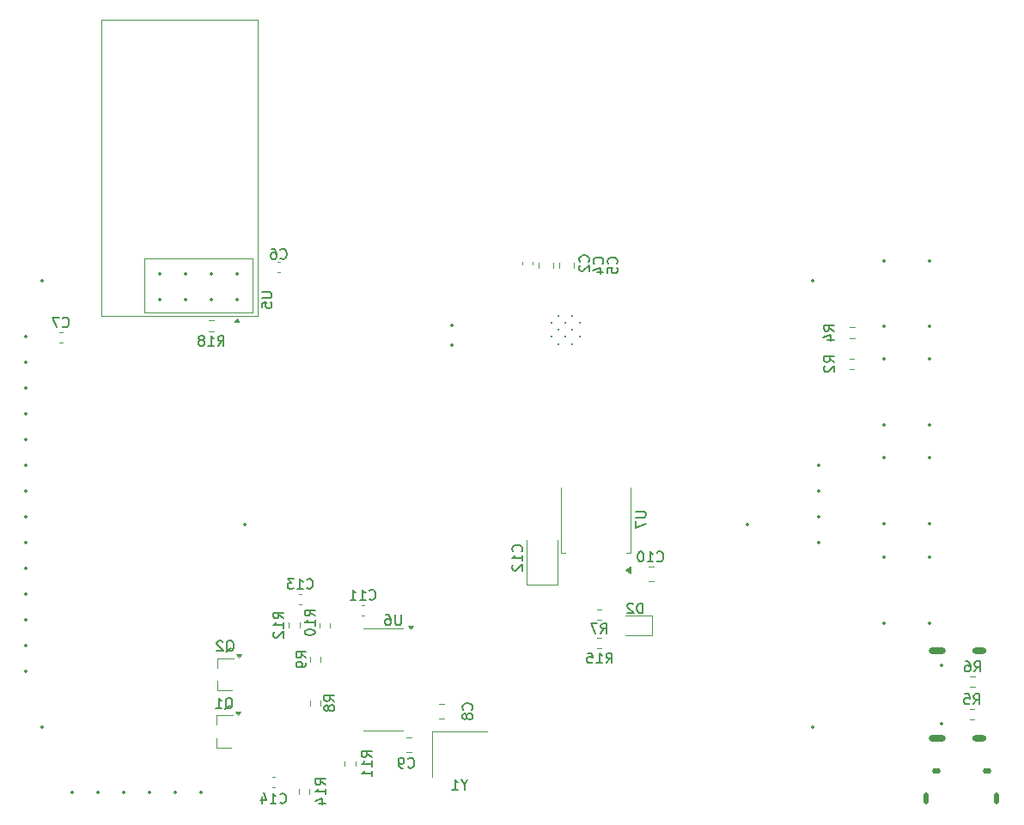
<source format=gbo>
%TF.GenerationSoftware,KiCad,Pcbnew,9.0.5*%
%TF.CreationDate,2025-11-26T19:59:54+01:00*%
%TF.ProjectId,stacja_pogody_modu__wew,73746163-6a61-45f7-906f-676f64795f6d,rev?*%
%TF.SameCoordinates,Original*%
%TF.FileFunction,Legend,Bot*%
%TF.FilePolarity,Positive*%
%FSLAX46Y46*%
G04 Gerber Fmt 4.6, Leading zero omitted, Abs format (unit mm)*
G04 Created by KiCad (PCBNEW 9.0.5) date 2025-11-26 19:59:54*
%MOMM*%
%LPD*%
G01*
G04 APERTURE LIST*
%ADD10C,0.150000*%
%ADD11C,0.120000*%
%ADD12C,0.350000*%
%ADD13C,0.200000*%
%ADD14O,1.700000X0.600000*%
%ADD15O,1.400000X0.600000*%
%ADD16O,0.500000X1.150000*%
%ADD17O,0.850000X0.550000*%
G04 APERTURE END LIST*
D10*
X196796666Y-104694819D02*
X197129999Y-104218628D01*
X197368094Y-104694819D02*
X197368094Y-103694819D01*
X197368094Y-103694819D02*
X196987142Y-103694819D01*
X196987142Y-103694819D02*
X196891904Y-103742438D01*
X196891904Y-103742438D02*
X196844285Y-103790057D01*
X196844285Y-103790057D02*
X196796666Y-103885295D01*
X196796666Y-103885295D02*
X196796666Y-104028152D01*
X196796666Y-104028152D02*
X196844285Y-104123390D01*
X196844285Y-104123390D02*
X196891904Y-104171009D01*
X196891904Y-104171009D02*
X196987142Y-104218628D01*
X196987142Y-104218628D02*
X197368094Y-104218628D01*
X195891904Y-103694819D02*
X196368094Y-103694819D01*
X196368094Y-103694819D02*
X196415713Y-104171009D01*
X196415713Y-104171009D02*
X196368094Y-104123390D01*
X196368094Y-104123390D02*
X196272856Y-104075771D01*
X196272856Y-104075771D02*
X196034761Y-104075771D01*
X196034761Y-104075771D02*
X195939523Y-104123390D01*
X195939523Y-104123390D02*
X195891904Y-104171009D01*
X195891904Y-104171009D02*
X195844285Y-104266247D01*
X195844285Y-104266247D02*
X195844285Y-104504342D01*
X195844285Y-104504342D02*
X195891904Y-104599580D01*
X195891904Y-104599580D02*
X195939523Y-104647200D01*
X195939523Y-104647200D02*
X196034761Y-104694819D01*
X196034761Y-104694819D02*
X196272856Y-104694819D01*
X196272856Y-104694819D02*
X196368094Y-104647200D01*
X196368094Y-104647200D02*
X196415713Y-104599580D01*
X183064819Y-70973333D02*
X182588628Y-70640000D01*
X183064819Y-70401905D02*
X182064819Y-70401905D01*
X182064819Y-70401905D02*
X182064819Y-70782857D01*
X182064819Y-70782857D02*
X182112438Y-70878095D01*
X182112438Y-70878095D02*
X182160057Y-70925714D01*
X182160057Y-70925714D02*
X182255295Y-70973333D01*
X182255295Y-70973333D02*
X182398152Y-70973333D01*
X182398152Y-70973333D02*
X182493390Y-70925714D01*
X182493390Y-70925714D02*
X182541009Y-70878095D01*
X182541009Y-70878095D02*
X182588628Y-70782857D01*
X182588628Y-70782857D02*
X182588628Y-70401905D01*
X182160057Y-71354286D02*
X182112438Y-71401905D01*
X182112438Y-71401905D02*
X182064819Y-71497143D01*
X182064819Y-71497143D02*
X182064819Y-71735238D01*
X182064819Y-71735238D02*
X182112438Y-71830476D01*
X182112438Y-71830476D02*
X182160057Y-71878095D01*
X182160057Y-71878095D02*
X182255295Y-71925714D01*
X182255295Y-71925714D02*
X182350533Y-71925714D01*
X182350533Y-71925714D02*
X182493390Y-71878095D01*
X182493390Y-71878095D02*
X183064819Y-71306667D01*
X183064819Y-71306667D02*
X183064819Y-71925714D01*
X131014819Y-100123333D02*
X130538628Y-99790000D01*
X131014819Y-99551905D02*
X130014819Y-99551905D01*
X130014819Y-99551905D02*
X130014819Y-99932857D01*
X130014819Y-99932857D02*
X130062438Y-100028095D01*
X130062438Y-100028095D02*
X130110057Y-100075714D01*
X130110057Y-100075714D02*
X130205295Y-100123333D01*
X130205295Y-100123333D02*
X130348152Y-100123333D01*
X130348152Y-100123333D02*
X130443390Y-100075714D01*
X130443390Y-100075714D02*
X130491009Y-100028095D01*
X130491009Y-100028095D02*
X130538628Y-99932857D01*
X130538628Y-99932857D02*
X130538628Y-99551905D01*
X131014819Y-100599524D02*
X131014819Y-100790000D01*
X131014819Y-100790000D02*
X130967200Y-100885238D01*
X130967200Y-100885238D02*
X130919580Y-100932857D01*
X130919580Y-100932857D02*
X130776723Y-101028095D01*
X130776723Y-101028095D02*
X130586247Y-101075714D01*
X130586247Y-101075714D02*
X130205295Y-101075714D01*
X130205295Y-101075714D02*
X130110057Y-101028095D01*
X130110057Y-101028095D02*
X130062438Y-100980476D01*
X130062438Y-100980476D02*
X130014819Y-100885238D01*
X130014819Y-100885238D02*
X130014819Y-100694762D01*
X130014819Y-100694762D02*
X130062438Y-100599524D01*
X130062438Y-100599524D02*
X130110057Y-100551905D01*
X130110057Y-100551905D02*
X130205295Y-100504286D01*
X130205295Y-100504286D02*
X130443390Y-100504286D01*
X130443390Y-100504286D02*
X130538628Y-100551905D01*
X130538628Y-100551905D02*
X130586247Y-100599524D01*
X130586247Y-100599524D02*
X130633866Y-100694762D01*
X130633866Y-100694762D02*
X130633866Y-100885238D01*
X130633866Y-100885238D02*
X130586247Y-100980476D01*
X130586247Y-100980476D02*
X130538628Y-101028095D01*
X130538628Y-101028095D02*
X130443390Y-101075714D01*
X133794819Y-104413333D02*
X133318628Y-104080000D01*
X133794819Y-103841905D02*
X132794819Y-103841905D01*
X132794819Y-103841905D02*
X132794819Y-104222857D01*
X132794819Y-104222857D02*
X132842438Y-104318095D01*
X132842438Y-104318095D02*
X132890057Y-104365714D01*
X132890057Y-104365714D02*
X132985295Y-104413333D01*
X132985295Y-104413333D02*
X133128152Y-104413333D01*
X133128152Y-104413333D02*
X133223390Y-104365714D01*
X133223390Y-104365714D02*
X133271009Y-104318095D01*
X133271009Y-104318095D02*
X133318628Y-104222857D01*
X133318628Y-104222857D02*
X133318628Y-103841905D01*
X133223390Y-104984762D02*
X133175771Y-104889524D01*
X133175771Y-104889524D02*
X133128152Y-104841905D01*
X133128152Y-104841905D02*
X133032914Y-104794286D01*
X133032914Y-104794286D02*
X132985295Y-104794286D01*
X132985295Y-104794286D02*
X132890057Y-104841905D01*
X132890057Y-104841905D02*
X132842438Y-104889524D01*
X132842438Y-104889524D02*
X132794819Y-104984762D01*
X132794819Y-104984762D02*
X132794819Y-105175238D01*
X132794819Y-105175238D02*
X132842438Y-105270476D01*
X132842438Y-105270476D02*
X132890057Y-105318095D01*
X132890057Y-105318095D02*
X132985295Y-105365714D01*
X132985295Y-105365714D02*
X133032914Y-105365714D01*
X133032914Y-105365714D02*
X133128152Y-105318095D01*
X133128152Y-105318095D02*
X133175771Y-105270476D01*
X133175771Y-105270476D02*
X133223390Y-105175238D01*
X133223390Y-105175238D02*
X133223390Y-104984762D01*
X133223390Y-104984762D02*
X133271009Y-104889524D01*
X133271009Y-104889524D02*
X133318628Y-104841905D01*
X133318628Y-104841905D02*
X133413866Y-104794286D01*
X133413866Y-104794286D02*
X133604342Y-104794286D01*
X133604342Y-104794286D02*
X133699580Y-104841905D01*
X133699580Y-104841905D02*
X133747200Y-104889524D01*
X133747200Y-104889524D02*
X133794819Y-104984762D01*
X133794819Y-104984762D02*
X133794819Y-105175238D01*
X133794819Y-105175238D02*
X133747200Y-105270476D01*
X133747200Y-105270476D02*
X133699580Y-105318095D01*
X133699580Y-105318095D02*
X133604342Y-105365714D01*
X133604342Y-105365714D02*
X133413866Y-105365714D01*
X133413866Y-105365714D02*
X133318628Y-105318095D01*
X133318628Y-105318095D02*
X133271009Y-105270476D01*
X133271009Y-105270476D02*
X133223390Y-105175238D01*
X123025238Y-105190057D02*
X123120476Y-105142438D01*
X123120476Y-105142438D02*
X123215714Y-105047200D01*
X123215714Y-105047200D02*
X123358571Y-104904342D01*
X123358571Y-104904342D02*
X123453809Y-104856723D01*
X123453809Y-104856723D02*
X123549047Y-104856723D01*
X123501428Y-105094819D02*
X123596666Y-105047200D01*
X123596666Y-105047200D02*
X123691904Y-104951961D01*
X123691904Y-104951961D02*
X123739523Y-104761485D01*
X123739523Y-104761485D02*
X123739523Y-104428152D01*
X123739523Y-104428152D02*
X123691904Y-104237676D01*
X123691904Y-104237676D02*
X123596666Y-104142438D01*
X123596666Y-104142438D02*
X123501428Y-104094819D01*
X123501428Y-104094819D02*
X123310952Y-104094819D01*
X123310952Y-104094819D02*
X123215714Y-104142438D01*
X123215714Y-104142438D02*
X123120476Y-104237676D01*
X123120476Y-104237676D02*
X123072857Y-104428152D01*
X123072857Y-104428152D02*
X123072857Y-104761485D01*
X123072857Y-104761485D02*
X123120476Y-104951961D01*
X123120476Y-104951961D02*
X123215714Y-105047200D01*
X123215714Y-105047200D02*
X123310952Y-105094819D01*
X123310952Y-105094819D02*
X123501428Y-105094819D01*
X122120476Y-105094819D02*
X122691904Y-105094819D01*
X122406190Y-105094819D02*
X122406190Y-104094819D01*
X122406190Y-104094819D02*
X122501428Y-104237676D01*
X122501428Y-104237676D02*
X122596666Y-104332914D01*
X122596666Y-104332914D02*
X122691904Y-104380533D01*
X122312857Y-69354819D02*
X122646190Y-68878628D01*
X122884285Y-69354819D02*
X122884285Y-68354819D01*
X122884285Y-68354819D02*
X122503333Y-68354819D01*
X122503333Y-68354819D02*
X122408095Y-68402438D01*
X122408095Y-68402438D02*
X122360476Y-68450057D01*
X122360476Y-68450057D02*
X122312857Y-68545295D01*
X122312857Y-68545295D02*
X122312857Y-68688152D01*
X122312857Y-68688152D02*
X122360476Y-68783390D01*
X122360476Y-68783390D02*
X122408095Y-68831009D01*
X122408095Y-68831009D02*
X122503333Y-68878628D01*
X122503333Y-68878628D02*
X122884285Y-68878628D01*
X121360476Y-69354819D02*
X121931904Y-69354819D01*
X121646190Y-69354819D02*
X121646190Y-68354819D01*
X121646190Y-68354819D02*
X121741428Y-68497676D01*
X121741428Y-68497676D02*
X121836666Y-68592914D01*
X121836666Y-68592914D02*
X121931904Y-68640533D01*
X120789047Y-68783390D02*
X120884285Y-68735771D01*
X120884285Y-68735771D02*
X120931904Y-68688152D01*
X120931904Y-68688152D02*
X120979523Y-68592914D01*
X120979523Y-68592914D02*
X120979523Y-68545295D01*
X120979523Y-68545295D02*
X120931904Y-68450057D01*
X120931904Y-68450057D02*
X120884285Y-68402438D01*
X120884285Y-68402438D02*
X120789047Y-68354819D01*
X120789047Y-68354819D02*
X120598571Y-68354819D01*
X120598571Y-68354819D02*
X120503333Y-68402438D01*
X120503333Y-68402438D02*
X120455714Y-68450057D01*
X120455714Y-68450057D02*
X120408095Y-68545295D01*
X120408095Y-68545295D02*
X120408095Y-68592914D01*
X120408095Y-68592914D02*
X120455714Y-68688152D01*
X120455714Y-68688152D02*
X120503333Y-68735771D01*
X120503333Y-68735771D02*
X120598571Y-68783390D01*
X120598571Y-68783390D02*
X120789047Y-68783390D01*
X120789047Y-68783390D02*
X120884285Y-68831009D01*
X120884285Y-68831009D02*
X120931904Y-68878628D01*
X120931904Y-68878628D02*
X120979523Y-68973866D01*
X120979523Y-68973866D02*
X120979523Y-69164342D01*
X120979523Y-69164342D02*
X120931904Y-69259580D01*
X120931904Y-69259580D02*
X120884285Y-69307200D01*
X120884285Y-69307200D02*
X120789047Y-69354819D01*
X120789047Y-69354819D02*
X120598571Y-69354819D01*
X120598571Y-69354819D02*
X120503333Y-69307200D01*
X120503333Y-69307200D02*
X120455714Y-69259580D01*
X120455714Y-69259580D02*
X120408095Y-69164342D01*
X120408095Y-69164342D02*
X120408095Y-68973866D01*
X120408095Y-68973866D02*
X120455714Y-68878628D01*
X120455714Y-68878628D02*
X120503333Y-68831009D01*
X120503333Y-68831009D02*
X120598571Y-68783390D01*
X141056666Y-110889580D02*
X141104285Y-110937200D01*
X141104285Y-110937200D02*
X141247142Y-110984819D01*
X141247142Y-110984819D02*
X141342380Y-110984819D01*
X141342380Y-110984819D02*
X141485237Y-110937200D01*
X141485237Y-110937200D02*
X141580475Y-110841961D01*
X141580475Y-110841961D02*
X141628094Y-110746723D01*
X141628094Y-110746723D02*
X141675713Y-110556247D01*
X141675713Y-110556247D02*
X141675713Y-110413390D01*
X141675713Y-110413390D02*
X141628094Y-110222914D01*
X141628094Y-110222914D02*
X141580475Y-110127676D01*
X141580475Y-110127676D02*
X141485237Y-110032438D01*
X141485237Y-110032438D02*
X141342380Y-109984819D01*
X141342380Y-109984819D02*
X141247142Y-109984819D01*
X141247142Y-109984819D02*
X141104285Y-110032438D01*
X141104285Y-110032438D02*
X141056666Y-110080057D01*
X140580475Y-110984819D02*
X140389999Y-110984819D01*
X140389999Y-110984819D02*
X140294761Y-110937200D01*
X140294761Y-110937200D02*
X140247142Y-110889580D01*
X140247142Y-110889580D02*
X140151904Y-110746723D01*
X140151904Y-110746723D02*
X140104285Y-110556247D01*
X140104285Y-110556247D02*
X140104285Y-110175295D01*
X140104285Y-110175295D02*
X140151904Y-110080057D01*
X140151904Y-110080057D02*
X140199523Y-110032438D01*
X140199523Y-110032438D02*
X140294761Y-109984819D01*
X140294761Y-109984819D02*
X140485237Y-109984819D01*
X140485237Y-109984819D02*
X140580475Y-110032438D01*
X140580475Y-110032438D02*
X140628094Y-110080057D01*
X140628094Y-110080057D02*
X140675713Y-110175295D01*
X140675713Y-110175295D02*
X140675713Y-110413390D01*
X140675713Y-110413390D02*
X140628094Y-110508628D01*
X140628094Y-110508628D02*
X140580475Y-110556247D01*
X140580475Y-110556247D02*
X140485237Y-110603866D01*
X140485237Y-110603866D02*
X140294761Y-110603866D01*
X140294761Y-110603866D02*
X140199523Y-110556247D01*
X140199523Y-110556247D02*
X140151904Y-110508628D01*
X140151904Y-110508628D02*
X140104285Y-110413390D01*
X161609580Y-61263333D02*
X161657200Y-61215714D01*
X161657200Y-61215714D02*
X161704819Y-61072857D01*
X161704819Y-61072857D02*
X161704819Y-60977619D01*
X161704819Y-60977619D02*
X161657200Y-60834762D01*
X161657200Y-60834762D02*
X161561961Y-60739524D01*
X161561961Y-60739524D02*
X161466723Y-60691905D01*
X161466723Y-60691905D02*
X161276247Y-60644286D01*
X161276247Y-60644286D02*
X161133390Y-60644286D01*
X161133390Y-60644286D02*
X160942914Y-60691905D01*
X160942914Y-60691905D02*
X160847676Y-60739524D01*
X160847676Y-60739524D02*
X160752438Y-60834762D01*
X160752438Y-60834762D02*
X160704819Y-60977619D01*
X160704819Y-60977619D02*
X160704819Y-61072857D01*
X160704819Y-61072857D02*
X160752438Y-61215714D01*
X160752438Y-61215714D02*
X160800057Y-61263333D01*
X160704819Y-62168095D02*
X160704819Y-61691905D01*
X160704819Y-61691905D02*
X161181009Y-61644286D01*
X161181009Y-61644286D02*
X161133390Y-61691905D01*
X161133390Y-61691905D02*
X161085771Y-61787143D01*
X161085771Y-61787143D02*
X161085771Y-62025238D01*
X161085771Y-62025238D02*
X161133390Y-62120476D01*
X161133390Y-62120476D02*
X161181009Y-62168095D01*
X161181009Y-62168095D02*
X161276247Y-62215714D01*
X161276247Y-62215714D02*
X161514342Y-62215714D01*
X161514342Y-62215714D02*
X161609580Y-62168095D01*
X161609580Y-62168095D02*
X161657200Y-62120476D01*
X161657200Y-62120476D02*
X161704819Y-62025238D01*
X161704819Y-62025238D02*
X161704819Y-61787143D01*
X161704819Y-61787143D02*
X161657200Y-61691905D01*
X161657200Y-61691905D02*
X161609580Y-61644286D01*
X131082857Y-93239580D02*
X131130476Y-93287200D01*
X131130476Y-93287200D02*
X131273333Y-93334819D01*
X131273333Y-93334819D02*
X131368571Y-93334819D01*
X131368571Y-93334819D02*
X131511428Y-93287200D01*
X131511428Y-93287200D02*
X131606666Y-93191961D01*
X131606666Y-93191961D02*
X131654285Y-93096723D01*
X131654285Y-93096723D02*
X131701904Y-92906247D01*
X131701904Y-92906247D02*
X131701904Y-92763390D01*
X131701904Y-92763390D02*
X131654285Y-92572914D01*
X131654285Y-92572914D02*
X131606666Y-92477676D01*
X131606666Y-92477676D02*
X131511428Y-92382438D01*
X131511428Y-92382438D02*
X131368571Y-92334819D01*
X131368571Y-92334819D02*
X131273333Y-92334819D01*
X131273333Y-92334819D02*
X131130476Y-92382438D01*
X131130476Y-92382438D02*
X131082857Y-92430057D01*
X130130476Y-93334819D02*
X130701904Y-93334819D01*
X130416190Y-93334819D02*
X130416190Y-92334819D01*
X130416190Y-92334819D02*
X130511428Y-92477676D01*
X130511428Y-92477676D02*
X130606666Y-92572914D01*
X130606666Y-92572914D02*
X130701904Y-92620533D01*
X129797142Y-92334819D02*
X129178095Y-92334819D01*
X129178095Y-92334819D02*
X129511428Y-92715771D01*
X129511428Y-92715771D02*
X129368571Y-92715771D01*
X129368571Y-92715771D02*
X129273333Y-92763390D01*
X129273333Y-92763390D02*
X129225714Y-92811009D01*
X129225714Y-92811009D02*
X129178095Y-92906247D01*
X129178095Y-92906247D02*
X129178095Y-93144342D01*
X129178095Y-93144342D02*
X129225714Y-93239580D01*
X129225714Y-93239580D02*
X129273333Y-93287200D01*
X129273333Y-93287200D02*
X129368571Y-93334819D01*
X129368571Y-93334819D02*
X129654285Y-93334819D01*
X129654285Y-93334819D02*
X129749523Y-93287200D01*
X129749523Y-93287200D02*
X129797142Y-93239580D01*
X107016666Y-67439580D02*
X107064285Y-67487200D01*
X107064285Y-67487200D02*
X107207142Y-67534819D01*
X107207142Y-67534819D02*
X107302380Y-67534819D01*
X107302380Y-67534819D02*
X107445237Y-67487200D01*
X107445237Y-67487200D02*
X107540475Y-67391961D01*
X107540475Y-67391961D02*
X107588094Y-67296723D01*
X107588094Y-67296723D02*
X107635713Y-67106247D01*
X107635713Y-67106247D02*
X107635713Y-66963390D01*
X107635713Y-66963390D02*
X107588094Y-66772914D01*
X107588094Y-66772914D02*
X107540475Y-66677676D01*
X107540475Y-66677676D02*
X107445237Y-66582438D01*
X107445237Y-66582438D02*
X107302380Y-66534819D01*
X107302380Y-66534819D02*
X107207142Y-66534819D01*
X107207142Y-66534819D02*
X107064285Y-66582438D01*
X107064285Y-66582438D02*
X107016666Y-66630057D01*
X106683332Y-66534819D02*
X106016666Y-66534819D01*
X106016666Y-66534819D02*
X106445237Y-67534819D01*
X137252857Y-94309580D02*
X137300476Y-94357200D01*
X137300476Y-94357200D02*
X137443333Y-94404819D01*
X137443333Y-94404819D02*
X137538571Y-94404819D01*
X137538571Y-94404819D02*
X137681428Y-94357200D01*
X137681428Y-94357200D02*
X137776666Y-94261961D01*
X137776666Y-94261961D02*
X137824285Y-94166723D01*
X137824285Y-94166723D02*
X137871904Y-93976247D01*
X137871904Y-93976247D02*
X137871904Y-93833390D01*
X137871904Y-93833390D02*
X137824285Y-93642914D01*
X137824285Y-93642914D02*
X137776666Y-93547676D01*
X137776666Y-93547676D02*
X137681428Y-93452438D01*
X137681428Y-93452438D02*
X137538571Y-93404819D01*
X137538571Y-93404819D02*
X137443333Y-93404819D01*
X137443333Y-93404819D02*
X137300476Y-93452438D01*
X137300476Y-93452438D02*
X137252857Y-93500057D01*
X136300476Y-94404819D02*
X136871904Y-94404819D01*
X136586190Y-94404819D02*
X136586190Y-93404819D01*
X136586190Y-93404819D02*
X136681428Y-93547676D01*
X136681428Y-93547676D02*
X136776666Y-93642914D01*
X136776666Y-93642914D02*
X136871904Y-93690533D01*
X135348095Y-94404819D02*
X135919523Y-94404819D01*
X135633809Y-94404819D02*
X135633809Y-93404819D01*
X135633809Y-93404819D02*
X135729047Y-93547676D01*
X135729047Y-93547676D02*
X135824285Y-93642914D01*
X135824285Y-93642914D02*
X135919523Y-93690533D01*
X126624819Y-64078095D02*
X127434342Y-64078095D01*
X127434342Y-64078095D02*
X127529580Y-64125714D01*
X127529580Y-64125714D02*
X127577200Y-64173333D01*
X127577200Y-64173333D02*
X127624819Y-64268571D01*
X127624819Y-64268571D02*
X127624819Y-64459047D01*
X127624819Y-64459047D02*
X127577200Y-64554285D01*
X127577200Y-64554285D02*
X127529580Y-64601904D01*
X127529580Y-64601904D02*
X127434342Y-64649523D01*
X127434342Y-64649523D02*
X126624819Y-64649523D01*
X126624819Y-65601904D02*
X126624819Y-65125714D01*
X126624819Y-65125714D02*
X127101009Y-65078095D01*
X127101009Y-65078095D02*
X127053390Y-65125714D01*
X127053390Y-65125714D02*
X127005771Y-65220952D01*
X127005771Y-65220952D02*
X127005771Y-65459047D01*
X127005771Y-65459047D02*
X127053390Y-65554285D01*
X127053390Y-65554285D02*
X127101009Y-65601904D01*
X127101009Y-65601904D02*
X127196247Y-65649523D01*
X127196247Y-65649523D02*
X127434342Y-65649523D01*
X127434342Y-65649523D02*
X127529580Y-65601904D01*
X127529580Y-65601904D02*
X127577200Y-65554285D01*
X127577200Y-65554285D02*
X127624819Y-65459047D01*
X127624819Y-65459047D02*
X127624819Y-65220952D01*
X127624819Y-65220952D02*
X127577200Y-65125714D01*
X127577200Y-65125714D02*
X127529580Y-65078095D01*
X128479166Y-60699580D02*
X128526785Y-60747200D01*
X128526785Y-60747200D02*
X128669642Y-60794819D01*
X128669642Y-60794819D02*
X128764880Y-60794819D01*
X128764880Y-60794819D02*
X128907737Y-60747200D01*
X128907737Y-60747200D02*
X129002975Y-60651961D01*
X129002975Y-60651961D02*
X129050594Y-60556723D01*
X129050594Y-60556723D02*
X129098213Y-60366247D01*
X129098213Y-60366247D02*
X129098213Y-60223390D01*
X129098213Y-60223390D02*
X129050594Y-60032914D01*
X129050594Y-60032914D02*
X129002975Y-59937676D01*
X129002975Y-59937676D02*
X128907737Y-59842438D01*
X128907737Y-59842438D02*
X128764880Y-59794819D01*
X128764880Y-59794819D02*
X128669642Y-59794819D01*
X128669642Y-59794819D02*
X128526785Y-59842438D01*
X128526785Y-59842438D02*
X128479166Y-59890057D01*
X127622023Y-59794819D02*
X127812499Y-59794819D01*
X127812499Y-59794819D02*
X127907737Y-59842438D01*
X127907737Y-59842438D02*
X127955356Y-59890057D01*
X127955356Y-59890057D02*
X128050594Y-60032914D01*
X128050594Y-60032914D02*
X128098213Y-60223390D01*
X128098213Y-60223390D02*
X128098213Y-60604342D01*
X128098213Y-60604342D02*
X128050594Y-60699580D01*
X128050594Y-60699580D02*
X128002975Y-60747200D01*
X128002975Y-60747200D02*
X127907737Y-60794819D01*
X127907737Y-60794819D02*
X127717261Y-60794819D01*
X127717261Y-60794819D02*
X127622023Y-60747200D01*
X127622023Y-60747200D02*
X127574404Y-60699580D01*
X127574404Y-60699580D02*
X127526785Y-60604342D01*
X127526785Y-60604342D02*
X127526785Y-60366247D01*
X127526785Y-60366247D02*
X127574404Y-60271009D01*
X127574404Y-60271009D02*
X127622023Y-60223390D01*
X127622023Y-60223390D02*
X127717261Y-60175771D01*
X127717261Y-60175771D02*
X127907737Y-60175771D01*
X127907737Y-60175771D02*
X128002975Y-60223390D01*
X128002975Y-60223390D02*
X128050594Y-60271009D01*
X128050594Y-60271009D02*
X128098213Y-60366247D01*
X160056666Y-97744819D02*
X160389999Y-97268628D01*
X160628094Y-97744819D02*
X160628094Y-96744819D01*
X160628094Y-96744819D02*
X160247142Y-96744819D01*
X160247142Y-96744819D02*
X160151904Y-96792438D01*
X160151904Y-96792438D02*
X160104285Y-96840057D01*
X160104285Y-96840057D02*
X160056666Y-96935295D01*
X160056666Y-96935295D02*
X160056666Y-97078152D01*
X160056666Y-97078152D02*
X160104285Y-97173390D01*
X160104285Y-97173390D02*
X160151904Y-97221009D01*
X160151904Y-97221009D02*
X160247142Y-97268628D01*
X160247142Y-97268628D02*
X160628094Y-97268628D01*
X159723332Y-96744819D02*
X159056666Y-96744819D01*
X159056666Y-96744819D02*
X159485237Y-97744819D01*
X158839580Y-61053333D02*
X158887200Y-61005714D01*
X158887200Y-61005714D02*
X158934819Y-60862857D01*
X158934819Y-60862857D02*
X158934819Y-60767619D01*
X158934819Y-60767619D02*
X158887200Y-60624762D01*
X158887200Y-60624762D02*
X158791961Y-60529524D01*
X158791961Y-60529524D02*
X158696723Y-60481905D01*
X158696723Y-60481905D02*
X158506247Y-60434286D01*
X158506247Y-60434286D02*
X158363390Y-60434286D01*
X158363390Y-60434286D02*
X158172914Y-60481905D01*
X158172914Y-60481905D02*
X158077676Y-60529524D01*
X158077676Y-60529524D02*
X157982438Y-60624762D01*
X157982438Y-60624762D02*
X157934819Y-60767619D01*
X157934819Y-60767619D02*
X157934819Y-60862857D01*
X157934819Y-60862857D02*
X157982438Y-61005714D01*
X157982438Y-61005714D02*
X158030057Y-61053333D01*
X158030057Y-61434286D02*
X157982438Y-61481905D01*
X157982438Y-61481905D02*
X157934819Y-61577143D01*
X157934819Y-61577143D02*
X157934819Y-61815238D01*
X157934819Y-61815238D02*
X157982438Y-61910476D01*
X157982438Y-61910476D02*
X158030057Y-61958095D01*
X158030057Y-61958095D02*
X158125295Y-62005714D01*
X158125295Y-62005714D02*
X158220533Y-62005714D01*
X158220533Y-62005714D02*
X158363390Y-61958095D01*
X158363390Y-61958095D02*
X158934819Y-61386667D01*
X158934819Y-61386667D02*
X158934819Y-62005714D01*
X128784819Y-96232142D02*
X128308628Y-95898809D01*
X128784819Y-95660714D02*
X127784819Y-95660714D01*
X127784819Y-95660714D02*
X127784819Y-96041666D01*
X127784819Y-96041666D02*
X127832438Y-96136904D01*
X127832438Y-96136904D02*
X127880057Y-96184523D01*
X127880057Y-96184523D02*
X127975295Y-96232142D01*
X127975295Y-96232142D02*
X128118152Y-96232142D01*
X128118152Y-96232142D02*
X128213390Y-96184523D01*
X128213390Y-96184523D02*
X128261009Y-96136904D01*
X128261009Y-96136904D02*
X128308628Y-96041666D01*
X128308628Y-96041666D02*
X128308628Y-95660714D01*
X128784819Y-97184523D02*
X128784819Y-96613095D01*
X128784819Y-96898809D02*
X127784819Y-96898809D01*
X127784819Y-96898809D02*
X127927676Y-96803571D01*
X127927676Y-96803571D02*
X128022914Y-96708333D01*
X128022914Y-96708333D02*
X128070533Y-96613095D01*
X127880057Y-97565476D02*
X127832438Y-97613095D01*
X127832438Y-97613095D02*
X127784819Y-97708333D01*
X127784819Y-97708333D02*
X127784819Y-97946428D01*
X127784819Y-97946428D02*
X127832438Y-98041666D01*
X127832438Y-98041666D02*
X127880057Y-98089285D01*
X127880057Y-98089285D02*
X127975295Y-98136904D01*
X127975295Y-98136904D02*
X128070533Y-98136904D01*
X128070533Y-98136904D02*
X128213390Y-98089285D01*
X128213390Y-98089285D02*
X128784819Y-97517857D01*
X128784819Y-97517857D02*
X128784819Y-98136904D01*
X131874819Y-95997142D02*
X131398628Y-95663809D01*
X131874819Y-95425714D02*
X130874819Y-95425714D01*
X130874819Y-95425714D02*
X130874819Y-95806666D01*
X130874819Y-95806666D02*
X130922438Y-95901904D01*
X130922438Y-95901904D02*
X130970057Y-95949523D01*
X130970057Y-95949523D02*
X131065295Y-95997142D01*
X131065295Y-95997142D02*
X131208152Y-95997142D01*
X131208152Y-95997142D02*
X131303390Y-95949523D01*
X131303390Y-95949523D02*
X131351009Y-95901904D01*
X131351009Y-95901904D02*
X131398628Y-95806666D01*
X131398628Y-95806666D02*
X131398628Y-95425714D01*
X131874819Y-96949523D02*
X131874819Y-96378095D01*
X131874819Y-96663809D02*
X130874819Y-96663809D01*
X130874819Y-96663809D02*
X131017676Y-96568571D01*
X131017676Y-96568571D02*
X131112914Y-96473333D01*
X131112914Y-96473333D02*
X131160533Y-96378095D01*
X130874819Y-97568571D02*
X130874819Y-97663809D01*
X130874819Y-97663809D02*
X130922438Y-97759047D01*
X130922438Y-97759047D02*
X130970057Y-97806666D01*
X130970057Y-97806666D02*
X131065295Y-97854285D01*
X131065295Y-97854285D02*
X131255771Y-97901904D01*
X131255771Y-97901904D02*
X131493866Y-97901904D01*
X131493866Y-97901904D02*
X131684342Y-97854285D01*
X131684342Y-97854285D02*
X131779580Y-97806666D01*
X131779580Y-97806666D02*
X131827200Y-97759047D01*
X131827200Y-97759047D02*
X131874819Y-97663809D01*
X131874819Y-97663809D02*
X131874819Y-97568571D01*
X131874819Y-97568571D02*
X131827200Y-97473333D01*
X131827200Y-97473333D02*
X131779580Y-97425714D01*
X131779580Y-97425714D02*
X131684342Y-97378095D01*
X131684342Y-97378095D02*
X131493866Y-97330476D01*
X131493866Y-97330476D02*
X131255771Y-97330476D01*
X131255771Y-97330476D02*
X131065295Y-97378095D01*
X131065295Y-97378095D02*
X130970057Y-97425714D01*
X130970057Y-97425714D02*
X130922438Y-97473333D01*
X130922438Y-97473333D02*
X130874819Y-97568571D01*
X137474819Y-109907142D02*
X136998628Y-109573809D01*
X137474819Y-109335714D02*
X136474819Y-109335714D01*
X136474819Y-109335714D02*
X136474819Y-109716666D01*
X136474819Y-109716666D02*
X136522438Y-109811904D01*
X136522438Y-109811904D02*
X136570057Y-109859523D01*
X136570057Y-109859523D02*
X136665295Y-109907142D01*
X136665295Y-109907142D02*
X136808152Y-109907142D01*
X136808152Y-109907142D02*
X136903390Y-109859523D01*
X136903390Y-109859523D02*
X136951009Y-109811904D01*
X136951009Y-109811904D02*
X136998628Y-109716666D01*
X136998628Y-109716666D02*
X136998628Y-109335714D01*
X137474819Y-110859523D02*
X137474819Y-110288095D01*
X137474819Y-110573809D02*
X136474819Y-110573809D01*
X136474819Y-110573809D02*
X136617676Y-110478571D01*
X136617676Y-110478571D02*
X136712914Y-110383333D01*
X136712914Y-110383333D02*
X136760533Y-110288095D01*
X137474819Y-111811904D02*
X137474819Y-111240476D01*
X137474819Y-111526190D02*
X136474819Y-111526190D01*
X136474819Y-111526190D02*
X136617676Y-111430952D01*
X136617676Y-111430952D02*
X136712914Y-111335714D01*
X136712914Y-111335714D02*
X136760533Y-111240476D01*
X123115238Y-99540057D02*
X123210476Y-99492438D01*
X123210476Y-99492438D02*
X123305714Y-99397200D01*
X123305714Y-99397200D02*
X123448571Y-99254342D01*
X123448571Y-99254342D02*
X123543809Y-99206723D01*
X123543809Y-99206723D02*
X123639047Y-99206723D01*
X123591428Y-99444819D02*
X123686666Y-99397200D01*
X123686666Y-99397200D02*
X123781904Y-99301961D01*
X123781904Y-99301961D02*
X123829523Y-99111485D01*
X123829523Y-99111485D02*
X123829523Y-98778152D01*
X123829523Y-98778152D02*
X123781904Y-98587676D01*
X123781904Y-98587676D02*
X123686666Y-98492438D01*
X123686666Y-98492438D02*
X123591428Y-98444819D01*
X123591428Y-98444819D02*
X123400952Y-98444819D01*
X123400952Y-98444819D02*
X123305714Y-98492438D01*
X123305714Y-98492438D02*
X123210476Y-98587676D01*
X123210476Y-98587676D02*
X123162857Y-98778152D01*
X123162857Y-98778152D02*
X123162857Y-99111485D01*
X123162857Y-99111485D02*
X123210476Y-99301961D01*
X123210476Y-99301961D02*
X123305714Y-99397200D01*
X123305714Y-99397200D02*
X123400952Y-99444819D01*
X123400952Y-99444819D02*
X123591428Y-99444819D01*
X122781904Y-98540057D02*
X122734285Y-98492438D01*
X122734285Y-98492438D02*
X122639047Y-98444819D01*
X122639047Y-98444819D02*
X122400952Y-98444819D01*
X122400952Y-98444819D02*
X122305714Y-98492438D01*
X122305714Y-98492438D02*
X122258095Y-98540057D01*
X122258095Y-98540057D02*
X122210476Y-98635295D01*
X122210476Y-98635295D02*
X122210476Y-98730533D01*
X122210476Y-98730533D02*
X122258095Y-98873390D01*
X122258095Y-98873390D02*
X122829523Y-99444819D01*
X122829523Y-99444819D02*
X122210476Y-99444819D01*
X183034819Y-67893333D02*
X182558628Y-67560000D01*
X183034819Y-67321905D02*
X182034819Y-67321905D01*
X182034819Y-67321905D02*
X182034819Y-67702857D01*
X182034819Y-67702857D02*
X182082438Y-67798095D01*
X182082438Y-67798095D02*
X182130057Y-67845714D01*
X182130057Y-67845714D02*
X182225295Y-67893333D01*
X182225295Y-67893333D02*
X182368152Y-67893333D01*
X182368152Y-67893333D02*
X182463390Y-67845714D01*
X182463390Y-67845714D02*
X182511009Y-67798095D01*
X182511009Y-67798095D02*
X182558628Y-67702857D01*
X182558628Y-67702857D02*
X182558628Y-67321905D01*
X182368152Y-68750476D02*
X183034819Y-68750476D01*
X181987200Y-68512381D02*
X182701485Y-68274286D01*
X182701485Y-68274286D02*
X182701485Y-68893333D01*
X165602857Y-90549580D02*
X165650476Y-90597200D01*
X165650476Y-90597200D02*
X165793333Y-90644819D01*
X165793333Y-90644819D02*
X165888571Y-90644819D01*
X165888571Y-90644819D02*
X166031428Y-90597200D01*
X166031428Y-90597200D02*
X166126666Y-90501961D01*
X166126666Y-90501961D02*
X166174285Y-90406723D01*
X166174285Y-90406723D02*
X166221904Y-90216247D01*
X166221904Y-90216247D02*
X166221904Y-90073390D01*
X166221904Y-90073390D02*
X166174285Y-89882914D01*
X166174285Y-89882914D02*
X166126666Y-89787676D01*
X166126666Y-89787676D02*
X166031428Y-89692438D01*
X166031428Y-89692438D02*
X165888571Y-89644819D01*
X165888571Y-89644819D02*
X165793333Y-89644819D01*
X165793333Y-89644819D02*
X165650476Y-89692438D01*
X165650476Y-89692438D02*
X165602857Y-89740057D01*
X164650476Y-90644819D02*
X165221904Y-90644819D01*
X164936190Y-90644819D02*
X164936190Y-89644819D01*
X164936190Y-89644819D02*
X165031428Y-89787676D01*
X165031428Y-89787676D02*
X165126666Y-89882914D01*
X165126666Y-89882914D02*
X165221904Y-89930533D01*
X164031428Y-89644819D02*
X163936190Y-89644819D01*
X163936190Y-89644819D02*
X163840952Y-89692438D01*
X163840952Y-89692438D02*
X163793333Y-89740057D01*
X163793333Y-89740057D02*
X163745714Y-89835295D01*
X163745714Y-89835295D02*
X163698095Y-90025771D01*
X163698095Y-90025771D02*
X163698095Y-90263866D01*
X163698095Y-90263866D02*
X163745714Y-90454342D01*
X163745714Y-90454342D02*
X163793333Y-90549580D01*
X163793333Y-90549580D02*
X163840952Y-90597200D01*
X163840952Y-90597200D02*
X163936190Y-90644819D01*
X163936190Y-90644819D02*
X164031428Y-90644819D01*
X164031428Y-90644819D02*
X164126666Y-90597200D01*
X164126666Y-90597200D02*
X164174285Y-90549580D01*
X164174285Y-90549580D02*
X164221904Y-90454342D01*
X164221904Y-90454342D02*
X164269523Y-90263866D01*
X164269523Y-90263866D02*
X164269523Y-90025771D01*
X164269523Y-90025771D02*
X164221904Y-89835295D01*
X164221904Y-89835295D02*
X164174285Y-89740057D01*
X164174285Y-89740057D02*
X164126666Y-89692438D01*
X164126666Y-89692438D02*
X164031428Y-89644819D01*
X160592857Y-100644819D02*
X160926190Y-100168628D01*
X161164285Y-100644819D02*
X161164285Y-99644819D01*
X161164285Y-99644819D02*
X160783333Y-99644819D01*
X160783333Y-99644819D02*
X160688095Y-99692438D01*
X160688095Y-99692438D02*
X160640476Y-99740057D01*
X160640476Y-99740057D02*
X160592857Y-99835295D01*
X160592857Y-99835295D02*
X160592857Y-99978152D01*
X160592857Y-99978152D02*
X160640476Y-100073390D01*
X160640476Y-100073390D02*
X160688095Y-100121009D01*
X160688095Y-100121009D02*
X160783333Y-100168628D01*
X160783333Y-100168628D02*
X161164285Y-100168628D01*
X159640476Y-100644819D02*
X160211904Y-100644819D01*
X159926190Y-100644819D02*
X159926190Y-99644819D01*
X159926190Y-99644819D02*
X160021428Y-99787676D01*
X160021428Y-99787676D02*
X160116666Y-99882914D01*
X160116666Y-99882914D02*
X160211904Y-99930533D01*
X158735714Y-99644819D02*
X159211904Y-99644819D01*
X159211904Y-99644819D02*
X159259523Y-100121009D01*
X159259523Y-100121009D02*
X159211904Y-100073390D01*
X159211904Y-100073390D02*
X159116666Y-100025771D01*
X159116666Y-100025771D02*
X158878571Y-100025771D01*
X158878571Y-100025771D02*
X158783333Y-100073390D01*
X158783333Y-100073390D02*
X158735714Y-100121009D01*
X158735714Y-100121009D02*
X158688095Y-100216247D01*
X158688095Y-100216247D02*
X158688095Y-100454342D01*
X158688095Y-100454342D02*
X158735714Y-100549580D01*
X158735714Y-100549580D02*
X158783333Y-100597200D01*
X158783333Y-100597200D02*
X158878571Y-100644819D01*
X158878571Y-100644819D02*
X159116666Y-100644819D01*
X159116666Y-100644819D02*
X159211904Y-100597200D01*
X159211904Y-100597200D02*
X159259523Y-100549580D01*
X147319580Y-105233333D02*
X147367200Y-105185714D01*
X147367200Y-105185714D02*
X147414819Y-105042857D01*
X147414819Y-105042857D02*
X147414819Y-104947619D01*
X147414819Y-104947619D02*
X147367200Y-104804762D01*
X147367200Y-104804762D02*
X147271961Y-104709524D01*
X147271961Y-104709524D02*
X147176723Y-104661905D01*
X147176723Y-104661905D02*
X146986247Y-104614286D01*
X146986247Y-104614286D02*
X146843390Y-104614286D01*
X146843390Y-104614286D02*
X146652914Y-104661905D01*
X146652914Y-104661905D02*
X146557676Y-104709524D01*
X146557676Y-104709524D02*
X146462438Y-104804762D01*
X146462438Y-104804762D02*
X146414819Y-104947619D01*
X146414819Y-104947619D02*
X146414819Y-105042857D01*
X146414819Y-105042857D02*
X146462438Y-105185714D01*
X146462438Y-105185714D02*
X146510057Y-105233333D01*
X146843390Y-105804762D02*
X146795771Y-105709524D01*
X146795771Y-105709524D02*
X146748152Y-105661905D01*
X146748152Y-105661905D02*
X146652914Y-105614286D01*
X146652914Y-105614286D02*
X146605295Y-105614286D01*
X146605295Y-105614286D02*
X146510057Y-105661905D01*
X146510057Y-105661905D02*
X146462438Y-105709524D01*
X146462438Y-105709524D02*
X146414819Y-105804762D01*
X146414819Y-105804762D02*
X146414819Y-105995238D01*
X146414819Y-105995238D02*
X146462438Y-106090476D01*
X146462438Y-106090476D02*
X146510057Y-106138095D01*
X146510057Y-106138095D02*
X146605295Y-106185714D01*
X146605295Y-106185714D02*
X146652914Y-106185714D01*
X146652914Y-106185714D02*
X146748152Y-106138095D01*
X146748152Y-106138095D02*
X146795771Y-106090476D01*
X146795771Y-106090476D02*
X146843390Y-105995238D01*
X146843390Y-105995238D02*
X146843390Y-105804762D01*
X146843390Y-105804762D02*
X146891009Y-105709524D01*
X146891009Y-105709524D02*
X146938628Y-105661905D01*
X146938628Y-105661905D02*
X147033866Y-105614286D01*
X147033866Y-105614286D02*
X147224342Y-105614286D01*
X147224342Y-105614286D02*
X147319580Y-105661905D01*
X147319580Y-105661905D02*
X147367200Y-105709524D01*
X147367200Y-105709524D02*
X147414819Y-105804762D01*
X147414819Y-105804762D02*
X147414819Y-105995238D01*
X147414819Y-105995238D02*
X147367200Y-106090476D01*
X147367200Y-106090476D02*
X147319580Y-106138095D01*
X147319580Y-106138095D02*
X147224342Y-106185714D01*
X147224342Y-106185714D02*
X147033866Y-106185714D01*
X147033866Y-106185714D02*
X146938628Y-106138095D01*
X146938628Y-106138095D02*
X146891009Y-106090476D01*
X146891009Y-106090476D02*
X146843390Y-105995238D01*
X163509819Y-85703095D02*
X164319342Y-85703095D01*
X164319342Y-85703095D02*
X164414580Y-85750714D01*
X164414580Y-85750714D02*
X164462200Y-85798333D01*
X164462200Y-85798333D02*
X164509819Y-85893571D01*
X164509819Y-85893571D02*
X164509819Y-86084047D01*
X164509819Y-86084047D02*
X164462200Y-86179285D01*
X164462200Y-86179285D02*
X164414580Y-86226904D01*
X164414580Y-86226904D02*
X164319342Y-86274523D01*
X164319342Y-86274523D02*
X163509819Y-86274523D01*
X163509819Y-86655476D02*
X163509819Y-87322142D01*
X163509819Y-87322142D02*
X164509819Y-86893571D01*
X196861666Y-101484819D02*
X197194999Y-101008628D01*
X197433094Y-101484819D02*
X197433094Y-100484819D01*
X197433094Y-100484819D02*
X197052142Y-100484819D01*
X197052142Y-100484819D02*
X196956904Y-100532438D01*
X196956904Y-100532438D02*
X196909285Y-100580057D01*
X196909285Y-100580057D02*
X196861666Y-100675295D01*
X196861666Y-100675295D02*
X196861666Y-100818152D01*
X196861666Y-100818152D02*
X196909285Y-100913390D01*
X196909285Y-100913390D02*
X196956904Y-100961009D01*
X196956904Y-100961009D02*
X197052142Y-101008628D01*
X197052142Y-101008628D02*
X197433094Y-101008628D01*
X196004523Y-100484819D02*
X196194999Y-100484819D01*
X196194999Y-100484819D02*
X196290237Y-100532438D01*
X196290237Y-100532438D02*
X196337856Y-100580057D01*
X196337856Y-100580057D02*
X196433094Y-100722914D01*
X196433094Y-100722914D02*
X196480713Y-100913390D01*
X196480713Y-100913390D02*
X196480713Y-101294342D01*
X196480713Y-101294342D02*
X196433094Y-101389580D01*
X196433094Y-101389580D02*
X196385475Y-101437200D01*
X196385475Y-101437200D02*
X196290237Y-101484819D01*
X196290237Y-101484819D02*
X196099761Y-101484819D01*
X196099761Y-101484819D02*
X196004523Y-101437200D01*
X196004523Y-101437200D02*
X195956904Y-101389580D01*
X195956904Y-101389580D02*
X195909285Y-101294342D01*
X195909285Y-101294342D02*
X195909285Y-101056247D01*
X195909285Y-101056247D02*
X195956904Y-100961009D01*
X195956904Y-100961009D02*
X196004523Y-100913390D01*
X196004523Y-100913390D02*
X196099761Y-100865771D01*
X196099761Y-100865771D02*
X196290237Y-100865771D01*
X196290237Y-100865771D02*
X196385475Y-100913390D01*
X196385475Y-100913390D02*
X196433094Y-100961009D01*
X196433094Y-100961009D02*
X196480713Y-101056247D01*
X132934819Y-112649642D02*
X132458628Y-112316309D01*
X132934819Y-112078214D02*
X131934819Y-112078214D01*
X131934819Y-112078214D02*
X131934819Y-112459166D01*
X131934819Y-112459166D02*
X131982438Y-112554404D01*
X131982438Y-112554404D02*
X132030057Y-112602023D01*
X132030057Y-112602023D02*
X132125295Y-112649642D01*
X132125295Y-112649642D02*
X132268152Y-112649642D01*
X132268152Y-112649642D02*
X132363390Y-112602023D01*
X132363390Y-112602023D02*
X132411009Y-112554404D01*
X132411009Y-112554404D02*
X132458628Y-112459166D01*
X132458628Y-112459166D02*
X132458628Y-112078214D01*
X132934819Y-113602023D02*
X132934819Y-113030595D01*
X132934819Y-113316309D02*
X131934819Y-113316309D01*
X131934819Y-113316309D02*
X132077676Y-113221071D01*
X132077676Y-113221071D02*
X132172914Y-113125833D01*
X132172914Y-113125833D02*
X132220533Y-113030595D01*
X132268152Y-114459166D02*
X132934819Y-114459166D01*
X131887200Y-114221071D02*
X132601485Y-113982976D01*
X132601485Y-113982976D02*
X132601485Y-114602023D01*
X152229580Y-89614642D02*
X152277200Y-89567023D01*
X152277200Y-89567023D02*
X152324819Y-89424166D01*
X152324819Y-89424166D02*
X152324819Y-89328928D01*
X152324819Y-89328928D02*
X152277200Y-89186071D01*
X152277200Y-89186071D02*
X152181961Y-89090833D01*
X152181961Y-89090833D02*
X152086723Y-89043214D01*
X152086723Y-89043214D02*
X151896247Y-88995595D01*
X151896247Y-88995595D02*
X151753390Y-88995595D01*
X151753390Y-88995595D02*
X151562914Y-89043214D01*
X151562914Y-89043214D02*
X151467676Y-89090833D01*
X151467676Y-89090833D02*
X151372438Y-89186071D01*
X151372438Y-89186071D02*
X151324819Y-89328928D01*
X151324819Y-89328928D02*
X151324819Y-89424166D01*
X151324819Y-89424166D02*
X151372438Y-89567023D01*
X151372438Y-89567023D02*
X151420057Y-89614642D01*
X152324819Y-90567023D02*
X152324819Y-89995595D01*
X152324819Y-90281309D02*
X151324819Y-90281309D01*
X151324819Y-90281309D02*
X151467676Y-90186071D01*
X151467676Y-90186071D02*
X151562914Y-90090833D01*
X151562914Y-90090833D02*
X151610533Y-89995595D01*
X151420057Y-90947976D02*
X151372438Y-90995595D01*
X151372438Y-90995595D02*
X151324819Y-91090833D01*
X151324819Y-91090833D02*
X151324819Y-91328928D01*
X151324819Y-91328928D02*
X151372438Y-91424166D01*
X151372438Y-91424166D02*
X151420057Y-91471785D01*
X151420057Y-91471785D02*
X151515295Y-91519404D01*
X151515295Y-91519404D02*
X151610533Y-91519404D01*
X151610533Y-91519404D02*
X151753390Y-91471785D01*
X151753390Y-91471785D02*
X152324819Y-90900357D01*
X152324819Y-90900357D02*
X152324819Y-91519404D01*
X164188094Y-95734819D02*
X164188094Y-94734819D01*
X164188094Y-94734819D02*
X163949999Y-94734819D01*
X163949999Y-94734819D02*
X163807142Y-94782438D01*
X163807142Y-94782438D02*
X163711904Y-94877676D01*
X163711904Y-94877676D02*
X163664285Y-94972914D01*
X163664285Y-94972914D02*
X163616666Y-95163390D01*
X163616666Y-95163390D02*
X163616666Y-95306247D01*
X163616666Y-95306247D02*
X163664285Y-95496723D01*
X163664285Y-95496723D02*
X163711904Y-95591961D01*
X163711904Y-95591961D02*
X163807142Y-95687200D01*
X163807142Y-95687200D02*
X163949999Y-95734819D01*
X163949999Y-95734819D02*
X164188094Y-95734819D01*
X163235713Y-94830057D02*
X163188094Y-94782438D01*
X163188094Y-94782438D02*
X163092856Y-94734819D01*
X163092856Y-94734819D02*
X162854761Y-94734819D01*
X162854761Y-94734819D02*
X162759523Y-94782438D01*
X162759523Y-94782438D02*
X162711904Y-94830057D01*
X162711904Y-94830057D02*
X162664285Y-94925295D01*
X162664285Y-94925295D02*
X162664285Y-95020533D01*
X162664285Y-95020533D02*
X162711904Y-95163390D01*
X162711904Y-95163390D02*
X163283332Y-95734819D01*
X163283332Y-95734819D02*
X162664285Y-95734819D01*
X160219580Y-61263333D02*
X160267200Y-61215714D01*
X160267200Y-61215714D02*
X160314819Y-61072857D01*
X160314819Y-61072857D02*
X160314819Y-60977619D01*
X160314819Y-60977619D02*
X160267200Y-60834762D01*
X160267200Y-60834762D02*
X160171961Y-60739524D01*
X160171961Y-60739524D02*
X160076723Y-60691905D01*
X160076723Y-60691905D02*
X159886247Y-60644286D01*
X159886247Y-60644286D02*
X159743390Y-60644286D01*
X159743390Y-60644286D02*
X159552914Y-60691905D01*
X159552914Y-60691905D02*
X159457676Y-60739524D01*
X159457676Y-60739524D02*
X159362438Y-60834762D01*
X159362438Y-60834762D02*
X159314819Y-60977619D01*
X159314819Y-60977619D02*
X159314819Y-61072857D01*
X159314819Y-61072857D02*
X159362438Y-61215714D01*
X159362438Y-61215714D02*
X159410057Y-61263333D01*
X159648152Y-62120476D02*
X160314819Y-62120476D01*
X159267200Y-61882381D02*
X159981485Y-61644286D01*
X159981485Y-61644286D02*
X159981485Y-62263333D01*
X146606190Y-112648628D02*
X146606190Y-113124819D01*
X146939523Y-112124819D02*
X146606190Y-112648628D01*
X146606190Y-112648628D02*
X146272857Y-112124819D01*
X145415714Y-113124819D02*
X145987142Y-113124819D01*
X145701428Y-113124819D02*
X145701428Y-112124819D01*
X145701428Y-112124819D02*
X145796666Y-112267676D01*
X145796666Y-112267676D02*
X145891904Y-112362914D01*
X145891904Y-112362914D02*
X145987142Y-112410533D01*
X140361904Y-95904819D02*
X140361904Y-96714342D01*
X140361904Y-96714342D02*
X140314285Y-96809580D01*
X140314285Y-96809580D02*
X140266666Y-96857200D01*
X140266666Y-96857200D02*
X140171428Y-96904819D01*
X140171428Y-96904819D02*
X139980952Y-96904819D01*
X139980952Y-96904819D02*
X139885714Y-96857200D01*
X139885714Y-96857200D02*
X139838095Y-96809580D01*
X139838095Y-96809580D02*
X139790476Y-96714342D01*
X139790476Y-96714342D02*
X139790476Y-95904819D01*
X138885714Y-95904819D02*
X139076190Y-95904819D01*
X139076190Y-95904819D02*
X139171428Y-95952438D01*
X139171428Y-95952438D02*
X139219047Y-96000057D01*
X139219047Y-96000057D02*
X139314285Y-96142914D01*
X139314285Y-96142914D02*
X139361904Y-96333390D01*
X139361904Y-96333390D02*
X139361904Y-96714342D01*
X139361904Y-96714342D02*
X139314285Y-96809580D01*
X139314285Y-96809580D02*
X139266666Y-96857200D01*
X139266666Y-96857200D02*
X139171428Y-96904819D01*
X139171428Y-96904819D02*
X138980952Y-96904819D01*
X138980952Y-96904819D02*
X138885714Y-96857200D01*
X138885714Y-96857200D02*
X138838095Y-96809580D01*
X138838095Y-96809580D02*
X138790476Y-96714342D01*
X138790476Y-96714342D02*
X138790476Y-96476247D01*
X138790476Y-96476247D02*
X138838095Y-96381009D01*
X138838095Y-96381009D02*
X138885714Y-96333390D01*
X138885714Y-96333390D02*
X138980952Y-96285771D01*
X138980952Y-96285771D02*
X139171428Y-96285771D01*
X139171428Y-96285771D02*
X139266666Y-96333390D01*
X139266666Y-96333390D02*
X139314285Y-96381009D01*
X139314285Y-96381009D02*
X139361904Y-96476247D01*
X128442857Y-114389580D02*
X128490476Y-114437200D01*
X128490476Y-114437200D02*
X128633333Y-114484819D01*
X128633333Y-114484819D02*
X128728571Y-114484819D01*
X128728571Y-114484819D02*
X128871428Y-114437200D01*
X128871428Y-114437200D02*
X128966666Y-114341961D01*
X128966666Y-114341961D02*
X129014285Y-114246723D01*
X129014285Y-114246723D02*
X129061904Y-114056247D01*
X129061904Y-114056247D02*
X129061904Y-113913390D01*
X129061904Y-113913390D02*
X129014285Y-113722914D01*
X129014285Y-113722914D02*
X128966666Y-113627676D01*
X128966666Y-113627676D02*
X128871428Y-113532438D01*
X128871428Y-113532438D02*
X128728571Y-113484819D01*
X128728571Y-113484819D02*
X128633333Y-113484819D01*
X128633333Y-113484819D02*
X128490476Y-113532438D01*
X128490476Y-113532438D02*
X128442857Y-113580057D01*
X127490476Y-114484819D02*
X128061904Y-114484819D01*
X127776190Y-114484819D02*
X127776190Y-113484819D01*
X127776190Y-113484819D02*
X127871428Y-113627676D01*
X127871428Y-113627676D02*
X127966666Y-113722914D01*
X127966666Y-113722914D02*
X128061904Y-113770533D01*
X126633333Y-113818152D02*
X126633333Y-114484819D01*
X126871428Y-113437200D02*
X127109523Y-114151485D01*
X127109523Y-114151485D02*
X126490476Y-114151485D01*
D11*
%TO.C,R5*%
X196867258Y-105147500D02*
X196392742Y-105147500D01*
X196867258Y-106192500D02*
X196392742Y-106192500D01*
%TO.C,R2*%
X185037258Y-70617500D02*
X184562742Y-70617500D01*
X185037258Y-71662500D02*
X184562742Y-71662500D01*
%TO.C,R9*%
X131417500Y-100507258D02*
X131417500Y-100032742D01*
X132462500Y-100507258D02*
X132462500Y-100032742D01*
%TO.C,R8*%
X131387500Y-104817258D02*
X131387500Y-104342742D01*
X132432500Y-104817258D02*
X132432500Y-104342742D01*
%TO.C,Q1*%
X122170000Y-105810000D02*
X122170000Y-106740000D01*
X122170000Y-108970000D02*
X122170000Y-108040000D01*
X122170000Y-108970000D02*
X123630000Y-108970000D01*
X122970000Y-105810000D02*
X122170000Y-105810000D01*
X122970000Y-105810000D02*
X123770000Y-105810000D01*
X124270000Y-105780000D02*
X124030000Y-105450000D01*
X124510000Y-105450000D01*
X124270000Y-105780000D01*
G36*
X124270000Y-105780000D02*
G01*
X124030000Y-105450000D01*
X124510000Y-105450000D01*
X124270000Y-105780000D01*
G37*
%TO.C,R18*%
X121907258Y-66867500D02*
X121432742Y-66867500D01*
X121907258Y-67912500D02*
X121432742Y-67912500D01*
%TO.C,C9*%
X141421252Y-107955000D02*
X140898748Y-107955000D01*
X141421252Y-109425000D02*
X140898748Y-109425000D01*
%TO.C,C5*%
X155965000Y-61178748D02*
X155965000Y-61701252D01*
X157435000Y-61178748D02*
X157435000Y-61701252D01*
%TO.C,C13*%
X130586267Y-93800000D02*
X130293733Y-93800000D01*
X130586267Y-94820000D02*
X130293733Y-94820000D01*
%TO.C,C7*%
X106996267Y-68000000D02*
X106703733Y-68000000D01*
X106996267Y-69020000D02*
X106703733Y-69020000D01*
%TO.C,C11*%
X136463733Y-94900000D02*
X136756267Y-94900000D01*
X136463733Y-95920000D02*
X136756267Y-95920000D01*
%TO.C,U5*%
X110820000Y-37240000D02*
X110820000Y-66440000D01*
X110820000Y-66440000D02*
X126270000Y-66440000D01*
X115026000Y-60776000D02*
X115026000Y-66110000D01*
X115026000Y-66110000D02*
X115026000Y-66110000D01*
X115026000Y-66110000D02*
X125694000Y-66110000D01*
X125694000Y-60776000D02*
X115026000Y-60776000D01*
X125694000Y-66110000D02*
X125694000Y-60776000D01*
X125694000Y-66110000D02*
X125694000Y-66110000D01*
X126270000Y-37240000D02*
X110820000Y-37240000D01*
X126270000Y-66440000D02*
X126270000Y-37240000D01*
X126270000Y-66440000D02*
X126270000Y-66440000D01*
X124410000Y-66976000D02*
X123930000Y-66976000D01*
X124170000Y-66640000D01*
X124410000Y-66976000D01*
G36*
X124410000Y-66976000D02*
G01*
X123930000Y-66976000D01*
X124170000Y-66640000D01*
X124410000Y-66976000D01*
G37*
%TO.C,C6*%
X128458767Y-61050000D02*
X128166233Y-61050000D01*
X128458767Y-62070000D02*
X128166233Y-62070000D01*
%TO.C,R7*%
X159652742Y-95337500D02*
X160127258Y-95337500D01*
X159652742Y-96382500D02*
X160127258Y-96382500D01*
%TO.C,C2*%
X152330000Y-61073733D02*
X152330000Y-61366267D01*
X153350000Y-61073733D02*
X153350000Y-61366267D01*
%TO.C,R12*%
X129307500Y-96637742D02*
X129307500Y-97112258D01*
X130352500Y-96637742D02*
X130352500Y-97112258D01*
%TO.C,R10*%
X132297500Y-97177258D02*
X132297500Y-96702742D01*
X133342500Y-97177258D02*
X133342500Y-96702742D01*
%TO.C,R11*%
X134817500Y-110787258D02*
X134817500Y-110312742D01*
X135862500Y-110787258D02*
X135862500Y-110312742D01*
%TO.C,Q2*%
X122260000Y-100160000D02*
X122260000Y-101090000D01*
X122260000Y-103320000D02*
X122260000Y-102390000D01*
X122260000Y-103320000D02*
X123720000Y-103320000D01*
X123060000Y-100160000D02*
X122260000Y-100160000D01*
X123060000Y-100160000D02*
X123860000Y-100160000D01*
X124360000Y-100130000D02*
X124120000Y-99800000D01*
X124600000Y-99800000D01*
X124360000Y-100130000D01*
G36*
X124360000Y-100130000D02*
G01*
X124120000Y-99800000D01*
X124600000Y-99800000D01*
X124360000Y-100130000D01*
G37*
%TO.C,R4*%
X185047258Y-67547500D02*
X184572742Y-67547500D01*
X185047258Y-68592500D02*
X184572742Y-68592500D01*
%TO.C,C10*%
X165281252Y-91135000D02*
X164758748Y-91135000D01*
X165281252Y-92605000D02*
X164758748Y-92605000D01*
%TO.C,R15*%
X159672742Y-98117500D02*
X160147258Y-98117500D01*
X159672742Y-99162500D02*
X160147258Y-99162500D01*
%TO.C,C8*%
X144118748Y-104685000D02*
X144641252Y-104685000D01*
X144118748Y-106155000D02*
X144641252Y-106155000D01*
%TO.C,U7*%
X156105000Y-83355000D02*
X156105000Y-89775000D01*
X156105000Y-89775000D02*
X156575000Y-89775000D01*
X163005000Y-83355000D02*
X163005000Y-89775000D01*
X163005000Y-89775000D02*
X162535000Y-89775000D01*
X162965000Y-91845000D02*
X162495000Y-91505000D01*
X162965000Y-91165000D01*
X162965000Y-91845000D01*
G36*
X162965000Y-91845000D02*
G01*
X162495000Y-91505000D01*
X162965000Y-91165000D01*
X162965000Y-91845000D01*
G37*
%TO.C,R6*%
X196912258Y-101957500D02*
X196437742Y-101957500D01*
X196912258Y-103002500D02*
X196437742Y-103002500D01*
%TO.C,R14*%
X130277500Y-113082742D02*
X130277500Y-113557258D01*
X131322500Y-113082742D02*
X131322500Y-113557258D01*
%TO.C,C12*%
X152760000Y-92902500D02*
X152760000Y-88507500D01*
X155780000Y-88507500D02*
X155780000Y-92902500D01*
X155780000Y-92902500D02*
X152760000Y-92902500D01*
%TO.C,D2*%
X162450000Y-95970000D02*
X165135000Y-95970000D01*
X165135000Y-95970000D02*
X165135000Y-97890000D01*
X165135000Y-97890000D02*
X162450000Y-97890000D01*
%TO.C,C4*%
X153935000Y-61178748D02*
X153935000Y-61701252D01*
X155405000Y-61178748D02*
X155405000Y-61701252D01*
%TO.C,Y1*%
X143430000Y-107370000D02*
X148830000Y-107370000D01*
X143430000Y-111870000D02*
X143430000Y-107370000D01*
%TO.C,U6*%
X138615000Y-97215000D02*
X136665000Y-97215000D01*
X138615000Y-97215000D02*
X140565000Y-97215000D01*
X138615000Y-107335000D02*
X136665000Y-107335000D01*
X138615000Y-107335000D02*
X140565000Y-107335000D01*
X141315000Y-97270000D02*
X141075000Y-96940000D01*
X141555000Y-96940000D01*
X141315000Y-97270000D01*
G36*
X141315000Y-97270000D02*
G01*
X141075000Y-96940000D01*
X141555000Y-96940000D01*
X141315000Y-97270000D01*
G37*
%TO.C,C14*%
X127946267Y-111910000D02*
X127653733Y-111910000D01*
X127946267Y-112930000D02*
X127653733Y-112930000D01*
%TD*%
D12*
X174500000Y-87000000D03*
X180918400Y-106995026D03*
X180918044Y-62894849D03*
X105024743Y-62907515D03*
X105018400Y-106995026D03*
X103419672Y-68399569D03*
X103419672Y-70939569D03*
X103419672Y-73479569D03*
X103419672Y-76019569D03*
X103419672Y-78559569D03*
X103419672Y-81099569D03*
X103419672Y-83639569D03*
X103419672Y-86179569D03*
X103419672Y-88719569D03*
X103419672Y-91259569D03*
X103419672Y-93799569D03*
X103419672Y-96339569D03*
X103419672Y-98879569D03*
X103419672Y-101419569D03*
X181518044Y-81099849D03*
X181518044Y-83639849D03*
X181518044Y-86179849D03*
X181518044Y-88719849D03*
X120620000Y-113440000D03*
X118080000Y-113440000D03*
X115540000Y-113440000D03*
X113000000Y-113440000D03*
X110460000Y-113440000D03*
X107920000Y-113440000D03*
X192440000Y-90190000D03*
X192440000Y-96690000D03*
X187940000Y-90190000D03*
X187940000Y-96690000D03*
X145360000Y-67370000D03*
X145360000Y-69270000D03*
X192480000Y-80370000D03*
X192480000Y-86870000D03*
X187980000Y-80370000D03*
X187980000Y-86870000D03*
X187990000Y-67460000D03*
X187990000Y-60960000D03*
X192490000Y-67460000D03*
X192490000Y-60960000D03*
X125000000Y-87000000D03*
D13*
X155160000Y-67070000D03*
X155160000Y-68470000D03*
X155860000Y-66370000D03*
X155860000Y-67770000D03*
X155860000Y-69170000D03*
X156560000Y-67070000D03*
X156560000Y-68470000D03*
X157260000Y-66370000D03*
X157260000Y-67770000D03*
X157260000Y-69170000D03*
X157960000Y-67070000D03*
X157960000Y-68470000D03*
D12*
X193675000Y-106650000D03*
X193675000Y-100870000D03*
D14*
X193175000Y-108080000D03*
D15*
X197355000Y-108080000D03*
D14*
X193175000Y-99440000D03*
D15*
X197355000Y-99440000D03*
D16*
X192090000Y-113990000D03*
D17*
X193090000Y-111290000D03*
X198090000Y-111290000D03*
D16*
X199090000Y-113990000D03*
D12*
X187990000Y-77180000D03*
X187990000Y-70680000D03*
X192490000Y-77180000D03*
X192490000Y-70680000D03*
X124170000Y-64840000D03*
X124170000Y-62300000D03*
X121630000Y-64840000D03*
X121630000Y-62300000D03*
X119090000Y-64840000D03*
X119090000Y-62300000D03*
X116550000Y-64840000D03*
X116550000Y-62300000D03*
M02*

</source>
